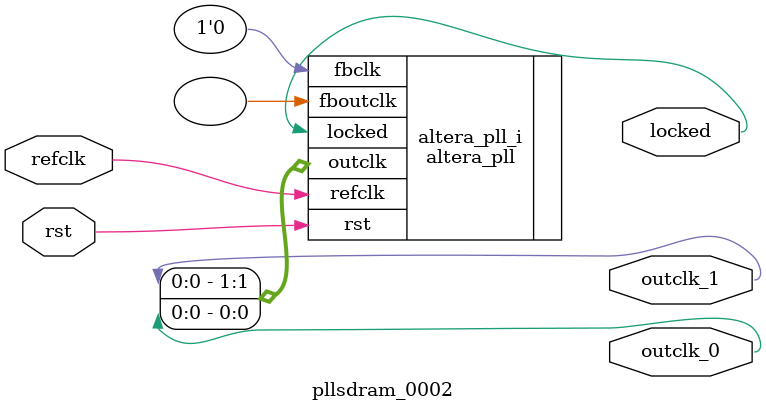
<source format=v>
`timescale 1ns/10ps
module  pllsdram_0002(

	// interface 'refclk'
	input wire refclk,

	// interface 'reset'
	input wire rst,

	// interface 'outclk0'
	output wire outclk_0,

	// interface 'outclk1'
	output wire outclk_1,

	// interface 'locked'
	output wire locked
);

	altera_pll #(
		.fractional_vco_multiplier("false"),
		.reference_clock_frequency("50.0 MHz"),
		.operation_mode("direct"),
		.number_of_clocks(2),
		.output_clock_frequency0("80.000000 MHz"),
		.phase_shift0("0 ps"),
		.duty_cycle0(50),
		.output_clock_frequency1("80.000000 MHz"),
		.phase_shift1("-2500 ps"),
		.duty_cycle1(50),
		.output_clock_frequency2("0 MHz"),
		.phase_shift2("0 ps"),
		.duty_cycle2(50),
		.output_clock_frequency3("0 MHz"),
		.phase_shift3("0 ps"),
		.duty_cycle3(50),
		.output_clock_frequency4("0 MHz"),
		.phase_shift4("0 ps"),
		.duty_cycle4(50),
		.output_clock_frequency5("0 MHz"),
		.phase_shift5("0 ps"),
		.duty_cycle5(50),
		.output_clock_frequency6("0 MHz"),
		.phase_shift6("0 ps"),
		.duty_cycle6(50),
		.output_clock_frequency7("0 MHz"),
		.phase_shift7("0 ps"),
		.duty_cycle7(50),
		.output_clock_frequency8("0 MHz"),
		.phase_shift8("0 ps"),
		.duty_cycle8(50),
		.output_clock_frequency9("0 MHz"),
		.phase_shift9("0 ps"),
		.duty_cycle9(50),
		.output_clock_frequency10("0 MHz"),
		.phase_shift10("0 ps"),
		.duty_cycle10(50),
		.output_clock_frequency11("0 MHz"),
		.phase_shift11("0 ps"),
		.duty_cycle11(50),
		.output_clock_frequency12("0 MHz"),
		.phase_shift12("0 ps"),
		.duty_cycle12(50),
		.output_clock_frequency13("0 MHz"),
		.phase_shift13("0 ps"),
		.duty_cycle13(50),
		.output_clock_frequency14("0 MHz"),
		.phase_shift14("0 ps"),
		.duty_cycle14(50),
		.output_clock_frequency15("0 MHz"),
		.phase_shift15("0 ps"),
		.duty_cycle15(50),
		.output_clock_frequency16("0 MHz"),
		.phase_shift16("0 ps"),
		.duty_cycle16(50),
		.output_clock_frequency17("0 MHz"),
		.phase_shift17("0 ps"),
		.duty_cycle17(50),
		.pll_type("General"),
		.pll_subtype("General")
	) altera_pll_i (
		.rst	(rst),
		.outclk	({outclk_1, outclk_0}),
		.locked	(locked),
		.fboutclk	( ),
		.fbclk	(1'b0),
		.refclk	(refclk)
	);
endmodule


</source>
